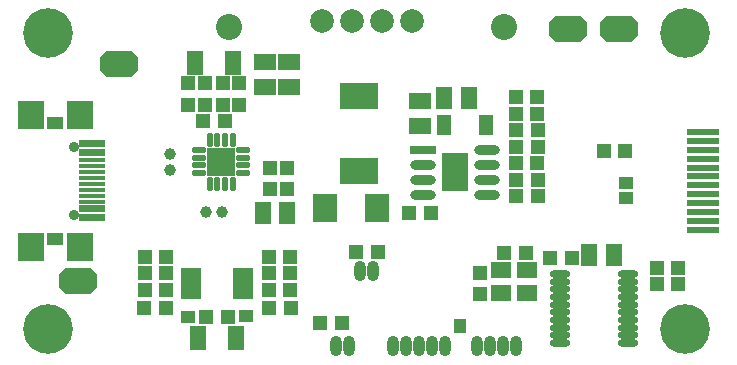
<source format=gts>
G04 Layer_Color=8388736*
%FSLAX44Y44*%
%MOMM*%
G71*
G01*
G75*
%ADD105R,1.2400X0.9900*%
%ADD106R,0.9900X1.2400*%
%ADD107R,1.7032X1.4032*%
%ADD108O,1.7032X0.6032*%
%ADD109R,1.6532X0.6532*%
G04:AMPARAMS|DCode=110|XSize=1.1932mm|YSize=0.5432mm|CornerRadius=0.1441mm|HoleSize=0mm|Usage=FLASHONLY|Rotation=180.000|XOffset=0mm|YOffset=0mm|HoleType=Round|Shape=RoundedRectangle|*
%AMROUNDEDRECTD110*
21,1,1.1932,0.2550,0,0,180.0*
21,1,0.9050,0.5432,0,0,180.0*
1,1,0.2882,-0.4525,0.1275*
1,1,0.2882,0.4525,0.1275*
1,1,0.2882,0.4525,-0.1275*
1,1,0.2882,-0.4525,-0.1275*
%
%ADD110ROUNDEDRECTD110*%
G04:AMPARAMS|DCode=111|XSize=1.1932mm|YSize=0.5432mm|CornerRadius=0.1441mm|HoleSize=0mm|Usage=FLASHONLY|Rotation=90.000|XOffset=0mm|YOffset=0mm|HoleType=Round|Shape=RoundedRectangle|*
%AMROUNDEDRECTD111*
21,1,1.1932,0.2550,0,0,90.0*
21,1,0.9050,0.5432,0,0,90.0*
1,1,0.2882,0.1275,0.4525*
1,1,0.2882,0.1275,-0.4525*
1,1,0.2882,-0.1275,-0.4525*
1,1,0.2882,-0.1275,0.4525*
%
%ADD111ROUNDEDRECTD111*%
%ADD112R,2.3632X2.3632*%
%ADD113R,2.2032X3.2032*%
%ADD114R,2.2032X0.8032*%
%ADD115O,2.2032X0.8032*%
G04:AMPARAMS|DCode=116|XSize=3.2032mm|YSize=2.2032mm|CornerRadius=0mm|HoleSize=0mm|Usage=FLASHONLY|Rotation=180.000|XOffset=0mm|YOffset=0mm|HoleType=Round|Shape=Octagon|*
%AMOCTAGOND116*
4,1,8,-1.6016,0.5508,-1.6016,-0.5508,-1.0508,-1.1016,1.0508,-1.1016,1.6016,-0.5508,1.6016,0.5508,1.0508,1.1016,-1.0508,1.1016,-1.6016,0.5508,0.0*
%
%ADD116OCTAGOND116*%

%ADD117R,1.2032X1.2032*%
%ADD118R,1.4032X2.0032*%
%ADD119R,1.2032X1.2032*%
%ADD120O,1.0032X1.7032*%
%ADD121R,1.4032X1.8332*%
%ADD122R,3.2032X2.2032*%
%ADD123O,0.4032X0.5032*%
%ADD124R,2.7032X0.6032*%
%ADD125R,2.2032X2.4032*%
%ADD126R,2.2032X0.4532*%
%ADD127R,2.0032X2.4232*%
%ADD128R,1.2032X1.7272*%
%ADD129R,1.8332X1.4032*%
%ADD130C,1.0032*%
%ADD131O,0.5032X0.4032*%
%ADD132R,1.4032X1.0032*%
%ADD133C,2.2032*%
%ADD134C,2.0032*%
%ADD135C,0.9032*%
%ADD136C,4.2032*%
D105*
X148870Y40150D02*
D03*
X197570Y40220D02*
D03*
X519650Y140876D02*
D03*
Y153576D02*
D03*
D106*
X379450Y31800D02*
D03*
D107*
X413512Y60372D02*
D03*
Y79676D02*
D03*
X436118D02*
D03*
Y60372D02*
D03*
D108*
X521050Y17620D02*
D03*
Y24120D02*
D03*
Y30620D02*
D03*
Y37120D02*
D03*
Y43620D02*
D03*
Y50120D02*
D03*
Y56620D02*
D03*
Y63120D02*
D03*
Y69620D02*
D03*
Y76120D02*
D03*
X463550Y17620D02*
D03*
Y24120D02*
D03*
Y30620D02*
D03*
Y37120D02*
D03*
Y43620D02*
D03*
Y50120D02*
D03*
Y56620D02*
D03*
Y63120D02*
D03*
Y69620D02*
D03*
Y76120D02*
D03*
D109*
X195630Y71580D02*
D03*
Y65080D02*
D03*
Y58580D02*
D03*
Y78080D02*
D03*
X151630Y58580D02*
D03*
Y65080D02*
D03*
Y71580D02*
D03*
Y78080D02*
D03*
D110*
X195610Y161560D02*
D03*
Y168060D02*
D03*
Y174560D02*
D03*
Y181060D02*
D03*
X158410D02*
D03*
Y174560D02*
D03*
Y168060D02*
D03*
Y161560D02*
D03*
D111*
X167260Y152710D02*
D03*
X173760D02*
D03*
X180260D02*
D03*
X186760D02*
D03*
Y189910D02*
D03*
X180260D02*
D03*
X173760D02*
D03*
X167260D02*
D03*
D112*
X177010Y171310D02*
D03*
D113*
X374650Y162480D02*
D03*
D114*
X347650Y181530D02*
D03*
D115*
Y168830D02*
D03*
Y156130D02*
D03*
Y143430D02*
D03*
X401650Y181530D02*
D03*
Y168830D02*
D03*
Y156130D02*
D03*
Y143430D02*
D03*
D116*
X55500Y70000D02*
D03*
X514000Y283500D02*
D03*
X90000Y254000D02*
D03*
X470500Y283500D02*
D03*
D117*
X291390Y94500D02*
D03*
X309360D02*
D03*
X546000Y68000D02*
D03*
X563970D02*
D03*
X217450Y62840D02*
D03*
X235420D02*
D03*
X235670Y47600D02*
D03*
X217700D02*
D03*
X217450Y90780D02*
D03*
X235420D02*
D03*
X217450Y76810D02*
D03*
X235420D02*
D03*
X130040Y62840D02*
D03*
X112070D02*
D03*
X111820Y47600D02*
D03*
X129790D02*
D03*
X130040Y90780D02*
D03*
X112070D02*
D03*
X130040Y76810D02*
D03*
X112070D02*
D03*
X444720Y142160D02*
D03*
X426750D02*
D03*
X444720Y198040D02*
D03*
X426750D02*
D03*
X426500Y212010D02*
D03*
X444470D02*
D03*
X426500Y170100D02*
D03*
X444470D02*
D03*
X519110Y180500D02*
D03*
X501140D02*
D03*
X563970Y81000D02*
D03*
X546000D02*
D03*
X416590Y93900D02*
D03*
X434560D02*
D03*
X473680Y90090D02*
D03*
X455710D02*
D03*
X278860Y34500D02*
D03*
X260890D02*
D03*
X444470Y225980D02*
D03*
X426500D02*
D03*
X426750Y156130D02*
D03*
X444720D02*
D03*
X426750Y184070D02*
D03*
X444720D02*
D03*
X354300Y128190D02*
D03*
X336330D02*
D03*
X164360Y39980D02*
D03*
X182330D02*
D03*
X161800Y205600D02*
D03*
X179770D02*
D03*
D118*
X189220Y22200D02*
D03*
X157220D02*
D03*
X186660Y255130D02*
D03*
X154660D02*
D03*
D119*
X178280Y237570D02*
D03*
Y219600D02*
D03*
X163040Y237570D02*
D03*
Y219600D02*
D03*
X396240Y77360D02*
D03*
Y59390D02*
D03*
X218500Y148140D02*
D03*
Y166110D02*
D03*
X192250Y219600D02*
D03*
Y237570D02*
D03*
X149070Y219600D02*
D03*
Y237570D02*
D03*
X233000Y166110D02*
D03*
Y148140D02*
D03*
D120*
X294550Y78330D02*
D03*
X305550D02*
D03*
X285000Y15000D02*
D03*
X274000D02*
D03*
X426500D02*
D03*
X404500D02*
D03*
X415500D02*
D03*
X393500D02*
D03*
X322000D02*
D03*
X366000D02*
D03*
X344000D02*
D03*
X355000D02*
D03*
X333000D02*
D03*
D121*
X509610Y92630D02*
D03*
X488610D02*
D03*
X233000Y127500D02*
D03*
X212000D02*
D03*
X365500Y225500D02*
D03*
X386500D02*
D03*
D122*
X293500Y227000D02*
D03*
Y163000D02*
D03*
D123*
X152392Y40136D02*
D03*
X144924D02*
D03*
X194048Y40234D02*
D03*
X201516D02*
D03*
X516128Y140890D02*
D03*
X523596D02*
D03*
X516128Y153590D02*
D03*
X523596D02*
D03*
D124*
X585000Y151250D02*
D03*
Y158750D02*
D03*
Y196250D02*
D03*
Y188750D02*
D03*
Y181250D02*
D03*
Y173750D02*
D03*
Y166250D02*
D03*
Y143750D02*
D03*
Y136250D02*
D03*
Y128750D02*
D03*
Y121250D02*
D03*
Y113750D02*
D03*
D125*
X57404Y99374D02*
D03*
X15494D02*
D03*
X57658Y210626D02*
D03*
X15494D02*
D03*
D126*
X67580Y187500D02*
D03*
Y180000D02*
D03*
Y167500D02*
D03*
Y152500D02*
D03*
Y142500D02*
D03*
Y130000D02*
D03*
Y122500D02*
D03*
Y125000D02*
D03*
Y137500D02*
D03*
Y132500D02*
D03*
Y147500D02*
D03*
Y172500D02*
D03*
Y177500D02*
D03*
Y185000D02*
D03*
Y162500D02*
D03*
Y157500D02*
D03*
D127*
X308500Y132000D02*
D03*
X264500D02*
D03*
D128*
X401252Y202104D02*
D03*
X365252Y202246D02*
D03*
D129*
X345440Y201510D02*
D03*
Y222510D02*
D03*
X214000Y255500D02*
D03*
Y234500D02*
D03*
X234000D02*
D03*
Y255500D02*
D03*
D130*
X133500Y164500D02*
D03*
Y178000D02*
D03*
X177500Y129000D02*
D03*
X164000D02*
D03*
D131*
X379436Y35746D02*
D03*
Y28278D02*
D03*
D132*
X36500Y106000D02*
D03*
Y204000D02*
D03*
D133*
X183500Y285000D02*
D03*
X416500D02*
D03*
D134*
X261900Y290000D02*
D03*
X287300D02*
D03*
X312700D02*
D03*
X338100D02*
D03*
D135*
X52580Y126100D02*
D03*
Y183900D02*
D03*
D136*
X30000Y280000D02*
D03*
X570000D02*
D03*
Y30000D02*
D03*
X30000D02*
D03*
M02*

</source>
